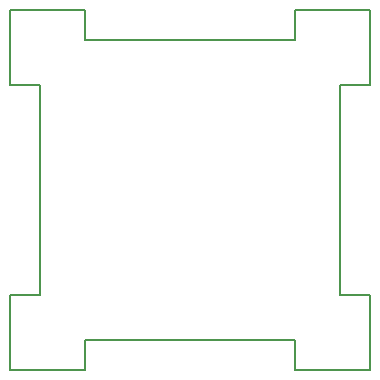
<source format=gbr>
G04 #@! TF.FileFunction,Profile,NP*
%FSLAX46Y46*%
G04 Gerber Fmt 4.6, Leading zero omitted, Abs format (unit mm)*
G04 Created by KiCad (PCBNEW 4.0.0-rc1-stable) date 10/19/2015 7:45:35 PM*
%MOMM*%
G01*
G04 APERTURE LIST*
%ADD10C,0.100000*%
%ADD11C,0.150000*%
G04 APERTURE END LIST*
D10*
D11*
X130810000Y-99060000D02*
X130810000Y-101600000D01*
X124460000Y-99060000D02*
X130810000Y-99060000D01*
X124460000Y-105410000D02*
X124460000Y-99060000D01*
X127000000Y-105410000D02*
X124460000Y-105410000D01*
X127000000Y-123190000D02*
X127000000Y-105410000D01*
X148590000Y-127000000D02*
X130810000Y-127000000D01*
X152400000Y-105410000D02*
X152400000Y-123190000D01*
X148590000Y-101600000D02*
X130810000Y-101600000D01*
X154940000Y-105410000D02*
X152400000Y-105410000D01*
X154940000Y-99060000D02*
X154940000Y-105410000D01*
X148590000Y-99060000D02*
X154940000Y-99060000D01*
X148590000Y-101600000D02*
X148590000Y-99060000D01*
X124460000Y-123190000D02*
X127000000Y-123190000D01*
X124460000Y-129540000D02*
X124460000Y-123190000D01*
X130810000Y-129540000D02*
X124460000Y-129540000D01*
X130810000Y-127000000D02*
X130810000Y-129540000D01*
X148590000Y-129540000D02*
X148590000Y-127000000D01*
X154940000Y-129540000D02*
X148590000Y-129540000D01*
X154940000Y-123190000D02*
X154940000Y-129540000D01*
X152400000Y-123190000D02*
X154940000Y-123190000D01*
M02*

</source>
